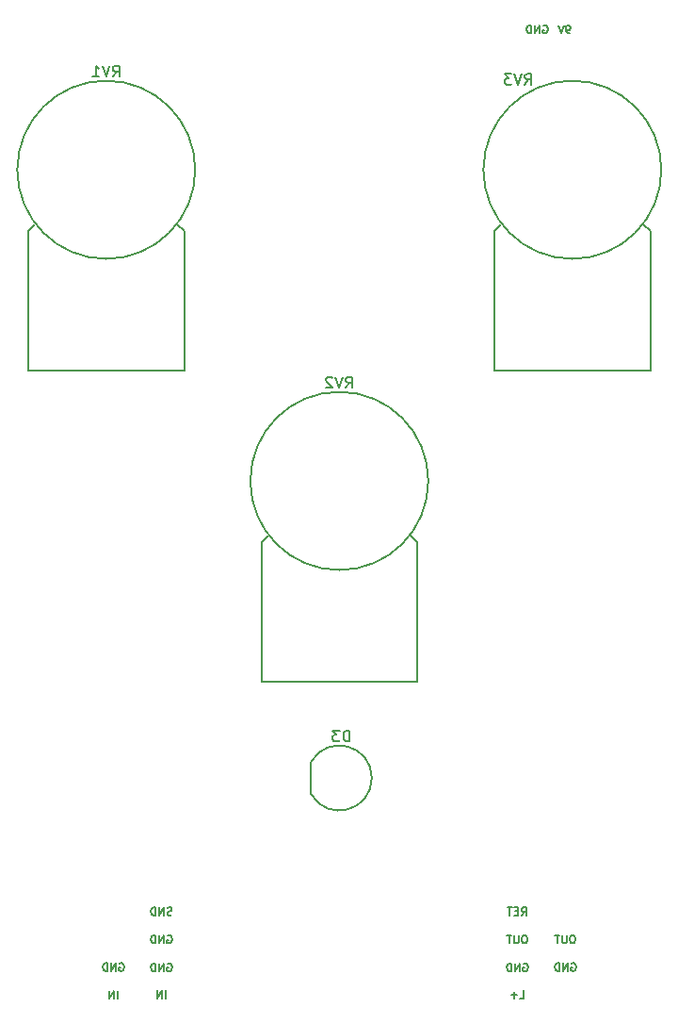
<source format=gbr>
%TF.GenerationSoftware,KiCad,Pcbnew,9.0.2*%
%TF.CreationDate,2025-07-08T13:19:54-05:00*%
%TF.ProjectId,Big Massive Fuzz,42696720-4d61-4737-9369-76652046757a,rev?*%
%TF.SameCoordinates,Original*%
%TF.FileFunction,Legend,Bot*%
%TF.FilePolarity,Positive*%
%FSLAX46Y46*%
G04 Gerber Fmt 4.6, Leading zero omitted, Abs format (unit mm)*
G04 Created by KiCad (PCBNEW 9.0.2) date 2025-07-08 13:19:54*
%MOMM*%
%LPD*%
G01*
G04 APERTURE LIST*
%ADD10C,0.152400*%
%ADD11C,0.150000*%
%ADD12C,0.200000*%
G04 APERTURE END LIST*
D10*
X46939200Y35392910D02*
X46803733Y35392910D01*
X46803733Y35392910D02*
X46736000Y35359043D01*
X46736000Y35359043D02*
X46668266Y35291310D01*
X46668266Y35291310D02*
X46634400Y35155843D01*
X46634400Y35155843D02*
X46634400Y34918777D01*
X46634400Y34918777D02*
X46668266Y34783310D01*
X46668266Y34783310D02*
X46736000Y34715577D01*
X46736000Y34715577D02*
X46803733Y34681710D01*
X46803733Y34681710D02*
X46939200Y34681710D01*
X46939200Y34681710D02*
X47006933Y34715577D01*
X47006933Y34715577D02*
X47074666Y34783310D01*
X47074666Y34783310D02*
X47108533Y34918777D01*
X47108533Y34918777D02*
X47108533Y35155843D01*
X47108533Y35155843D02*
X47074666Y35291310D01*
X47074666Y35291310D02*
X47006933Y35359043D01*
X47006933Y35359043D02*
X46939200Y35392910D01*
X46329599Y35392910D02*
X46329599Y34817177D01*
X46329599Y34817177D02*
X46295733Y34749443D01*
X46295733Y34749443D02*
X46261866Y34715577D01*
X46261866Y34715577D02*
X46194133Y34681710D01*
X46194133Y34681710D02*
X46058666Y34681710D01*
X46058666Y34681710D02*
X45990933Y34715577D01*
X45990933Y34715577D02*
X45957066Y34749443D01*
X45957066Y34749443D02*
X45923199Y34817177D01*
X45923199Y34817177D02*
X45923199Y35392910D01*
X45686132Y35392910D02*
X45279732Y35392910D01*
X45482932Y34681710D02*
X45482932Y35392910D01*
X14765866Y32859043D02*
X14833599Y32892910D01*
X14833599Y32892910D02*
X14935199Y32892910D01*
X14935199Y32892910D02*
X15036799Y32859043D01*
X15036799Y32859043D02*
X15104533Y32791310D01*
X15104533Y32791310D02*
X15138399Y32723577D01*
X15138399Y32723577D02*
X15172266Y32588110D01*
X15172266Y32588110D02*
X15172266Y32486510D01*
X15172266Y32486510D02*
X15138399Y32351043D01*
X15138399Y32351043D02*
X15104533Y32283310D01*
X15104533Y32283310D02*
X15036799Y32215577D01*
X15036799Y32215577D02*
X14935199Y32181710D01*
X14935199Y32181710D02*
X14867466Y32181710D01*
X14867466Y32181710D02*
X14765866Y32215577D01*
X14765866Y32215577D02*
X14731999Y32249443D01*
X14731999Y32249443D02*
X14731999Y32486510D01*
X14731999Y32486510D02*
X14867466Y32486510D01*
X14427199Y32181710D02*
X14427199Y32892910D01*
X14427199Y32892910D02*
X14020799Y32181710D01*
X14020799Y32181710D02*
X14020799Y32892910D01*
X13682132Y32181710D02*
X13682132Y32892910D01*
X13682132Y32892910D02*
X13512799Y32892910D01*
X13512799Y32892910D02*
X13411199Y32859043D01*
X13411199Y32859043D02*
X13343466Y32791310D01*
X13343466Y32791310D02*
X13309599Y32723577D01*
X13309599Y32723577D02*
X13275732Y32588110D01*
X13275732Y32588110D02*
X13275732Y32486510D01*
X13275732Y32486510D02*
X13309599Y32351043D01*
X13309599Y32351043D02*
X13343466Y32283310D01*
X13343466Y32283310D02*
X13411199Y32215577D01*
X13411199Y32215577D02*
X13512799Y32181710D01*
X13512799Y32181710D02*
X13682132Y32181710D01*
X10278533Y29701710D02*
X10278533Y30412910D01*
X9939866Y29701710D02*
X9939866Y30412910D01*
X9939866Y30412910D02*
X9533466Y29701710D01*
X9533466Y29701710D02*
X9533466Y30412910D01*
X14596533Y29761710D02*
X14596533Y30472910D01*
X14257866Y29761710D02*
X14257866Y30472910D01*
X14257866Y30472910D02*
X13851466Y29761710D01*
X13851466Y29761710D02*
X13851466Y30472910D01*
X15155333Y37215577D02*
X15053733Y37181710D01*
X15053733Y37181710D02*
X14884400Y37181710D01*
X14884400Y37181710D02*
X14816666Y37215577D01*
X14816666Y37215577D02*
X14782800Y37249443D01*
X14782800Y37249443D02*
X14748933Y37317177D01*
X14748933Y37317177D02*
X14748933Y37384910D01*
X14748933Y37384910D02*
X14782800Y37452643D01*
X14782800Y37452643D02*
X14816666Y37486510D01*
X14816666Y37486510D02*
X14884400Y37520377D01*
X14884400Y37520377D02*
X15019866Y37554243D01*
X15019866Y37554243D02*
X15087600Y37588110D01*
X15087600Y37588110D02*
X15121466Y37621977D01*
X15121466Y37621977D02*
X15155333Y37689710D01*
X15155333Y37689710D02*
X15155333Y37757443D01*
X15155333Y37757443D02*
X15121466Y37825177D01*
X15121466Y37825177D02*
X15087600Y37859043D01*
X15087600Y37859043D02*
X15019866Y37892910D01*
X15019866Y37892910D02*
X14850533Y37892910D01*
X14850533Y37892910D02*
X14748933Y37859043D01*
X14444133Y37181710D02*
X14444133Y37892910D01*
X14444133Y37892910D02*
X14037733Y37181710D01*
X14037733Y37181710D02*
X14037733Y37892910D01*
X13699066Y37181710D02*
X13699066Y37892910D01*
X13699066Y37892910D02*
X13529733Y37892910D01*
X13529733Y37892910D02*
X13428133Y37859043D01*
X13428133Y37859043D02*
X13360400Y37791310D01*
X13360400Y37791310D02*
X13326533Y37723577D01*
X13326533Y37723577D02*
X13292666Y37588110D01*
X13292666Y37588110D02*
X13292666Y37486510D01*
X13292666Y37486510D02*
X13326533Y37351043D01*
X13326533Y37351043D02*
X13360400Y37283310D01*
X13360400Y37283310D02*
X13428133Y37215577D01*
X13428133Y37215577D02*
X13529733Y37181710D01*
X13529733Y37181710D02*
X13699066Y37181710D01*
X51087866Y32879043D02*
X51155599Y32912910D01*
X51155599Y32912910D02*
X51257199Y32912910D01*
X51257199Y32912910D02*
X51358799Y32879043D01*
X51358799Y32879043D02*
X51426533Y32811310D01*
X51426533Y32811310D02*
X51460399Y32743577D01*
X51460399Y32743577D02*
X51494266Y32608110D01*
X51494266Y32608110D02*
X51494266Y32506510D01*
X51494266Y32506510D02*
X51460399Y32371043D01*
X51460399Y32371043D02*
X51426533Y32303310D01*
X51426533Y32303310D02*
X51358799Y32235577D01*
X51358799Y32235577D02*
X51257199Y32201710D01*
X51257199Y32201710D02*
X51189466Y32201710D01*
X51189466Y32201710D02*
X51087866Y32235577D01*
X51087866Y32235577D02*
X51053999Y32269443D01*
X51053999Y32269443D02*
X51053999Y32506510D01*
X51053999Y32506510D02*
X51189466Y32506510D01*
X50749199Y32201710D02*
X50749199Y32912910D01*
X50749199Y32912910D02*
X50342799Y32201710D01*
X50342799Y32201710D02*
X50342799Y32912910D01*
X50004132Y32201710D02*
X50004132Y32912910D01*
X50004132Y32912910D02*
X49834799Y32912910D01*
X49834799Y32912910D02*
X49733199Y32879043D01*
X49733199Y32879043D02*
X49665466Y32811310D01*
X49665466Y32811310D02*
X49631599Y32743577D01*
X49631599Y32743577D02*
X49597732Y32608110D01*
X49597732Y32608110D02*
X49597732Y32506510D01*
X49597732Y32506510D02*
X49631599Y32371043D01*
X49631599Y32371043D02*
X49665466Y32303310D01*
X49665466Y32303310D02*
X49733199Y32235577D01*
X49733199Y32235577D02*
X49834799Y32201710D01*
X49834799Y32201710D02*
X50004132Y32201710D01*
X51257200Y35412910D02*
X51121733Y35412910D01*
X51121733Y35412910D02*
X51054000Y35379043D01*
X51054000Y35379043D02*
X50986266Y35311310D01*
X50986266Y35311310D02*
X50952400Y35175843D01*
X50952400Y35175843D02*
X50952400Y34938777D01*
X50952400Y34938777D02*
X50986266Y34803310D01*
X50986266Y34803310D02*
X51054000Y34735577D01*
X51054000Y34735577D02*
X51121733Y34701710D01*
X51121733Y34701710D02*
X51257200Y34701710D01*
X51257200Y34701710D02*
X51324933Y34735577D01*
X51324933Y34735577D02*
X51392666Y34803310D01*
X51392666Y34803310D02*
X51426533Y34938777D01*
X51426533Y34938777D02*
X51426533Y35175843D01*
X51426533Y35175843D02*
X51392666Y35311310D01*
X51392666Y35311310D02*
X51324933Y35379043D01*
X51324933Y35379043D02*
X51257200Y35412910D01*
X50647599Y35412910D02*
X50647599Y34837177D01*
X50647599Y34837177D02*
X50613733Y34769443D01*
X50613733Y34769443D02*
X50579866Y34735577D01*
X50579866Y34735577D02*
X50512133Y34701710D01*
X50512133Y34701710D02*
X50376666Y34701710D01*
X50376666Y34701710D02*
X50308933Y34735577D01*
X50308933Y34735577D02*
X50275066Y34769443D01*
X50275066Y34769443D02*
X50241199Y34837177D01*
X50241199Y34837177D02*
X50241199Y35412910D01*
X50004132Y35412910D02*
X49597732Y35412910D01*
X49800932Y34701710D02*
X49800932Y35412910D01*
X10447866Y32879043D02*
X10515599Y32912910D01*
X10515599Y32912910D02*
X10617199Y32912910D01*
X10617199Y32912910D02*
X10718799Y32879043D01*
X10718799Y32879043D02*
X10786533Y32811310D01*
X10786533Y32811310D02*
X10820399Y32743577D01*
X10820399Y32743577D02*
X10854266Y32608110D01*
X10854266Y32608110D02*
X10854266Y32506510D01*
X10854266Y32506510D02*
X10820399Y32371043D01*
X10820399Y32371043D02*
X10786533Y32303310D01*
X10786533Y32303310D02*
X10718799Y32235577D01*
X10718799Y32235577D02*
X10617199Y32201710D01*
X10617199Y32201710D02*
X10549466Y32201710D01*
X10549466Y32201710D02*
X10447866Y32235577D01*
X10447866Y32235577D02*
X10413999Y32269443D01*
X10413999Y32269443D02*
X10413999Y32506510D01*
X10413999Y32506510D02*
X10549466Y32506510D01*
X10109199Y32201710D02*
X10109199Y32912910D01*
X10109199Y32912910D02*
X9702799Y32201710D01*
X9702799Y32201710D02*
X9702799Y32912910D01*
X9364132Y32201710D02*
X9364132Y32912910D01*
X9364132Y32912910D02*
X9194799Y32912910D01*
X9194799Y32912910D02*
X9093199Y32879043D01*
X9093199Y32879043D02*
X9025466Y32811310D01*
X9025466Y32811310D02*
X8991599Y32743577D01*
X8991599Y32743577D02*
X8957732Y32608110D01*
X8957732Y32608110D02*
X8957732Y32506510D01*
X8957732Y32506510D02*
X8991599Y32371043D01*
X8991599Y32371043D02*
X9025466Y32303310D01*
X9025466Y32303310D02*
X9093199Y32235577D01*
X9093199Y32235577D02*
X9194799Y32201710D01*
X9194799Y32201710D02*
X9364132Y32201710D01*
X48547866Y117080043D02*
X48615599Y117113910D01*
X48615599Y117113910D02*
X48717199Y117113910D01*
X48717199Y117113910D02*
X48818799Y117080043D01*
X48818799Y117080043D02*
X48886533Y117012310D01*
X48886533Y117012310D02*
X48920399Y116944577D01*
X48920399Y116944577D02*
X48954266Y116809110D01*
X48954266Y116809110D02*
X48954266Y116707510D01*
X48954266Y116707510D02*
X48920399Y116572043D01*
X48920399Y116572043D02*
X48886533Y116504310D01*
X48886533Y116504310D02*
X48818799Y116436577D01*
X48818799Y116436577D02*
X48717199Y116402710D01*
X48717199Y116402710D02*
X48649466Y116402710D01*
X48649466Y116402710D02*
X48547866Y116436577D01*
X48547866Y116436577D02*
X48513999Y116470443D01*
X48513999Y116470443D02*
X48513999Y116707510D01*
X48513999Y116707510D02*
X48649466Y116707510D01*
X48209199Y116402710D02*
X48209199Y117113910D01*
X48209199Y117113910D02*
X47802799Y116402710D01*
X47802799Y116402710D02*
X47802799Y117113910D01*
X47464132Y116402710D02*
X47464132Y117113910D01*
X47464132Y117113910D02*
X47294799Y117113910D01*
X47294799Y117113910D02*
X47193199Y117080043D01*
X47193199Y117080043D02*
X47125466Y117012310D01*
X47125466Y117012310D02*
X47091599Y116944577D01*
X47091599Y116944577D02*
X47057732Y116809110D01*
X47057732Y116809110D02*
X47057732Y116707510D01*
X47057732Y116707510D02*
X47091599Y116572043D01*
X47091599Y116572043D02*
X47125466Y116504310D01*
X47125466Y116504310D02*
X47193199Y116436577D01*
X47193199Y116436577D02*
X47294799Y116402710D01*
X47294799Y116402710D02*
X47464132Y116402710D01*
X46600533Y37181710D02*
X46837600Y37520377D01*
X47006933Y37181710D02*
X47006933Y37892910D01*
X47006933Y37892910D02*
X46736000Y37892910D01*
X46736000Y37892910D02*
X46668267Y37859043D01*
X46668267Y37859043D02*
X46634400Y37825177D01*
X46634400Y37825177D02*
X46600533Y37757443D01*
X46600533Y37757443D02*
X46600533Y37655843D01*
X46600533Y37655843D02*
X46634400Y37588110D01*
X46634400Y37588110D02*
X46668267Y37554243D01*
X46668267Y37554243D02*
X46736000Y37520377D01*
X46736000Y37520377D02*
X47006933Y37520377D01*
X46295733Y37554243D02*
X46058667Y37554243D01*
X45957067Y37181710D02*
X46295733Y37181710D01*
X46295733Y37181710D02*
X46295733Y37892910D01*
X46295733Y37892910D02*
X45957067Y37892910D01*
X45753866Y37892910D02*
X45347466Y37892910D01*
X45550666Y37181710D02*
X45550666Y37892910D01*
X46769866Y32859043D02*
X46837599Y32892910D01*
X46837599Y32892910D02*
X46939199Y32892910D01*
X46939199Y32892910D02*
X47040799Y32859043D01*
X47040799Y32859043D02*
X47108533Y32791310D01*
X47108533Y32791310D02*
X47142399Y32723577D01*
X47142399Y32723577D02*
X47176266Y32588110D01*
X47176266Y32588110D02*
X47176266Y32486510D01*
X47176266Y32486510D02*
X47142399Y32351043D01*
X47142399Y32351043D02*
X47108533Y32283310D01*
X47108533Y32283310D02*
X47040799Y32215577D01*
X47040799Y32215577D02*
X46939199Y32181710D01*
X46939199Y32181710D02*
X46871466Y32181710D01*
X46871466Y32181710D02*
X46769866Y32215577D01*
X46769866Y32215577D02*
X46735999Y32249443D01*
X46735999Y32249443D02*
X46735999Y32486510D01*
X46735999Y32486510D02*
X46871466Y32486510D01*
X46431199Y32181710D02*
X46431199Y32892910D01*
X46431199Y32892910D02*
X46024799Y32181710D01*
X46024799Y32181710D02*
X46024799Y32892910D01*
X45686132Y32181710D02*
X45686132Y32892910D01*
X45686132Y32892910D02*
X45516799Y32892910D01*
X45516799Y32892910D02*
X45415199Y32859043D01*
X45415199Y32859043D02*
X45347466Y32791310D01*
X45347466Y32791310D02*
X45313599Y32723577D01*
X45313599Y32723577D02*
X45279732Y32588110D01*
X45279732Y32588110D02*
X45279732Y32486510D01*
X45279732Y32486510D02*
X45313599Y32351043D01*
X45313599Y32351043D02*
X45347466Y32283310D01*
X45347466Y32283310D02*
X45415199Y32215577D01*
X45415199Y32215577D02*
X45516799Y32181710D01*
X45516799Y32181710D02*
X45686132Y32181710D01*
X14765866Y35359043D02*
X14833599Y35392910D01*
X14833599Y35392910D02*
X14935199Y35392910D01*
X14935199Y35392910D02*
X15036799Y35359043D01*
X15036799Y35359043D02*
X15104533Y35291310D01*
X15104533Y35291310D02*
X15138399Y35223577D01*
X15138399Y35223577D02*
X15172266Y35088110D01*
X15172266Y35088110D02*
X15172266Y34986510D01*
X15172266Y34986510D02*
X15138399Y34851043D01*
X15138399Y34851043D02*
X15104533Y34783310D01*
X15104533Y34783310D02*
X15036799Y34715577D01*
X15036799Y34715577D02*
X14935199Y34681710D01*
X14935199Y34681710D02*
X14867466Y34681710D01*
X14867466Y34681710D02*
X14765866Y34715577D01*
X14765866Y34715577D02*
X14731999Y34749443D01*
X14731999Y34749443D02*
X14731999Y34986510D01*
X14731999Y34986510D02*
X14867466Y34986510D01*
X14427199Y34681710D02*
X14427199Y35392910D01*
X14427199Y35392910D02*
X14020799Y34681710D01*
X14020799Y34681710D02*
X14020799Y35392910D01*
X13682132Y34681710D02*
X13682132Y35392910D01*
X13682132Y35392910D02*
X13512799Y35392910D01*
X13512799Y35392910D02*
X13411199Y35359043D01*
X13411199Y35359043D02*
X13343466Y35291310D01*
X13343466Y35291310D02*
X13309599Y35223577D01*
X13309599Y35223577D02*
X13275732Y35088110D01*
X13275732Y35088110D02*
X13275732Y34986510D01*
X13275732Y34986510D02*
X13309599Y34851043D01*
X13309599Y34851043D02*
X13343466Y34783310D01*
X13343466Y34783310D02*
X13411199Y34715577D01*
X13411199Y34715577D02*
X13512799Y34681710D01*
X13512799Y34681710D02*
X13682132Y34681710D01*
X46448133Y29761710D02*
X46786799Y29761710D01*
X46786799Y29761710D02*
X46786799Y30472910D01*
X46211066Y30032643D02*
X45669200Y30032643D01*
X45940133Y29761710D02*
X45940133Y30303577D01*
X50946266Y116402710D02*
X50810799Y116402710D01*
X50810799Y116402710D02*
X50743066Y116436577D01*
X50743066Y116436577D02*
X50709199Y116470443D01*
X50709199Y116470443D02*
X50641466Y116572043D01*
X50641466Y116572043D02*
X50607599Y116707510D01*
X50607599Y116707510D02*
X50607599Y116978443D01*
X50607599Y116978443D02*
X50641466Y117046177D01*
X50641466Y117046177D02*
X50675332Y117080043D01*
X50675332Y117080043D02*
X50743066Y117113910D01*
X50743066Y117113910D02*
X50878532Y117113910D01*
X50878532Y117113910D02*
X50946266Y117080043D01*
X50946266Y117080043D02*
X50980132Y117046177D01*
X50980132Y117046177D02*
X51013999Y116978443D01*
X51013999Y116978443D02*
X51013999Y116809110D01*
X51013999Y116809110D02*
X50980132Y116741377D01*
X50980132Y116741377D02*
X50946266Y116707510D01*
X50946266Y116707510D02*
X50878532Y116673643D01*
X50878532Y116673643D02*
X50743066Y116673643D01*
X50743066Y116673643D02*
X50675332Y116707510D01*
X50675332Y116707510D02*
X50641466Y116741377D01*
X50641466Y116741377D02*
X50607599Y116809110D01*
X50404399Y117113910D02*
X50167333Y116402710D01*
X50167333Y116402710D02*
X49930266Y117113910D01*
D11*
X9866238Y112485180D02*
X10199571Y112961371D01*
X10437666Y112485180D02*
X10437666Y113485180D01*
X10437666Y113485180D02*
X10056714Y113485180D01*
X10056714Y113485180D02*
X9961476Y113437561D01*
X9961476Y113437561D02*
X9913857Y113389942D01*
X9913857Y113389942D02*
X9866238Y113294704D01*
X9866238Y113294704D02*
X9866238Y113151847D01*
X9866238Y113151847D02*
X9913857Y113056609D01*
X9913857Y113056609D02*
X9961476Y113008990D01*
X9961476Y113008990D02*
X10056714Y112961371D01*
X10056714Y112961371D02*
X10437666Y112961371D01*
X9580523Y113485180D02*
X9247190Y112485180D01*
X9247190Y112485180D02*
X8913857Y113485180D01*
X8056714Y112485180D02*
X8628142Y112485180D01*
X8342428Y112485180D02*
X8342428Y113485180D01*
X8342428Y113485180D02*
X8437666Y113342323D01*
X8437666Y113342323D02*
X8532904Y113247085D01*
X8532904Y113247085D02*
X8628142Y113199466D01*
X46917933Y111763178D02*
X47251266Y112239369D01*
X47489361Y111763178D02*
X47489361Y112763178D01*
X47489361Y112763178D02*
X47108409Y112763178D01*
X47108409Y112763178D02*
X47013171Y112715559D01*
X47013171Y112715559D02*
X46965552Y112667940D01*
X46965552Y112667940D02*
X46917933Y112572702D01*
X46917933Y112572702D02*
X46917933Y112429845D01*
X46917933Y112429845D02*
X46965552Y112334607D01*
X46965552Y112334607D02*
X47013171Y112286988D01*
X47013171Y112286988D02*
X47108409Y112239369D01*
X47108409Y112239369D02*
X47489361Y112239369D01*
X46632218Y112763178D02*
X46298885Y111763178D01*
X46298885Y111763178D02*
X45965552Y112763178D01*
X45727456Y112763178D02*
X45108409Y112763178D01*
X45108409Y112763178D02*
X45441742Y112382226D01*
X45441742Y112382226D02*
X45298885Y112382226D01*
X45298885Y112382226D02*
X45203647Y112334607D01*
X45203647Y112334607D02*
X45156028Y112286988D01*
X45156028Y112286988D02*
X45108409Y112191750D01*
X45108409Y112191750D02*
X45108409Y111953655D01*
X45108409Y111953655D02*
X45156028Y111858417D01*
X45156028Y111858417D02*
X45203647Y111810798D01*
X45203647Y111810798D02*
X45298885Y111763178D01*
X45298885Y111763178D02*
X45584599Y111763178D01*
X45584599Y111763178D02*
X45679837Y111810798D01*
X45679837Y111810798D02*
X45727456Y111858417D01*
X31159697Y52795180D02*
X31159697Y53795180D01*
X31159697Y53795180D02*
X30921602Y53795180D01*
X30921602Y53795180D02*
X30778745Y53747561D01*
X30778745Y53747561D02*
X30683507Y53652323D01*
X30683507Y53652323D02*
X30635888Y53557085D01*
X30635888Y53557085D02*
X30588269Y53366609D01*
X30588269Y53366609D02*
X30588269Y53223752D01*
X30588269Y53223752D02*
X30635888Y53033276D01*
X30635888Y53033276D02*
X30683507Y52938038D01*
X30683507Y52938038D02*
X30778745Y52842800D01*
X30778745Y52842800D02*
X30921602Y52795180D01*
X30921602Y52795180D02*
X31159697Y52795180D01*
X30254935Y53795180D02*
X29635888Y53795180D01*
X29635888Y53795180D02*
X29969221Y53414228D01*
X29969221Y53414228D02*
X29826364Y53414228D01*
X29826364Y53414228D02*
X29731126Y53366609D01*
X29731126Y53366609D02*
X29683507Y53318990D01*
X29683507Y53318990D02*
X29635888Y53223752D01*
X29635888Y53223752D02*
X29635888Y52985657D01*
X29635888Y52985657D02*
X29683507Y52890419D01*
X29683507Y52890419D02*
X29731126Y52842800D01*
X29731126Y52842800D02*
X29826364Y52795180D01*
X29826364Y52795180D02*
X30112078Y52795180D01*
X30112078Y52795180D02*
X30207316Y52842800D01*
X30207316Y52842800D02*
X30254935Y52890419D01*
X30821238Y84545180D02*
X31154571Y85021371D01*
X31392666Y84545180D02*
X31392666Y85545180D01*
X31392666Y85545180D02*
X31011714Y85545180D01*
X31011714Y85545180D02*
X30916476Y85497561D01*
X30916476Y85497561D02*
X30868857Y85449942D01*
X30868857Y85449942D02*
X30821238Y85354704D01*
X30821238Y85354704D02*
X30821238Y85211847D01*
X30821238Y85211847D02*
X30868857Y85116609D01*
X30868857Y85116609D02*
X30916476Y85068990D01*
X30916476Y85068990D02*
X31011714Y85021371D01*
X31011714Y85021371D02*
X31392666Y85021371D01*
X30535523Y85545180D02*
X30202190Y84545180D01*
X30202190Y84545180D02*
X29868857Y85545180D01*
X29583142Y85449942D02*
X29535523Y85497561D01*
X29535523Y85497561D02*
X29440285Y85545180D01*
X29440285Y85545180D02*
X29202190Y85545180D01*
X29202190Y85545180D02*
X29106952Y85497561D01*
X29106952Y85497561D02*
X29059333Y85449942D01*
X29059333Y85449942D02*
X29011714Y85354704D01*
X29011714Y85354704D02*
X29011714Y85259466D01*
X29011714Y85259466D02*
X29059333Y85116609D01*
X29059333Y85116609D02*
X29630761Y84545180D01*
X29630761Y84545180D02*
X29011714Y84545180D01*
D12*
%TO.C,RV1*%
X2271000Y86140000D02*
X2271000Y98640000D01*
X2871000Y99240000D02*
X2271000Y98640000D01*
X16271000Y98640000D02*
X15671000Y99240000D01*
X16271000Y86140000D02*
X2271000Y86140000D01*
X16271000Y86140000D02*
X16271000Y98640000D01*
X17271000Y104140000D02*
G75*
G02*
X1271000Y104140000I-8000000J0D01*
G01*
X1271000Y104140000D02*
G75*
G02*
X17271000Y104140000I8000000J0D01*
G01*
%TO.C,RV3*%
X44181000Y86140000D02*
X44181000Y98640000D01*
X44781000Y99240000D02*
X44181000Y98640000D01*
X58181000Y98640000D02*
X57581000Y99240000D01*
X58181000Y86140000D02*
X44181000Y86140000D01*
X58181000Y86140000D02*
X58181000Y98640000D01*
X59181000Y104140000D02*
G75*
G02*
X43181000Y104140000I-8000000J0D01*
G01*
X43181000Y104140000D02*
G75*
G02*
X59181000Y104140000I8000000J0D01*
G01*
%TO.C,D3*%
X27697210Y48070000D02*
X27697210Y50990000D01*
X27697206Y50990000D02*
G75*
G02*
X27697206Y48070000I2528794J-1460000D01*
G01*
%TO.C,RV2*%
X23226000Y58200000D02*
X23226000Y70700000D01*
X23826000Y71300000D02*
X23226000Y70700000D01*
X37226000Y70700000D02*
X36626000Y71300000D01*
X37226000Y58200000D02*
X23226000Y58200000D01*
X37226000Y58200000D02*
X37226000Y70700000D01*
X38226000Y76200000D02*
G75*
G02*
X22226000Y76200000I-8000000J0D01*
G01*
X22226000Y76200000D02*
G75*
G02*
X38226000Y76200000I8000000J0D01*
G01*
%TD*%
M02*

</source>
